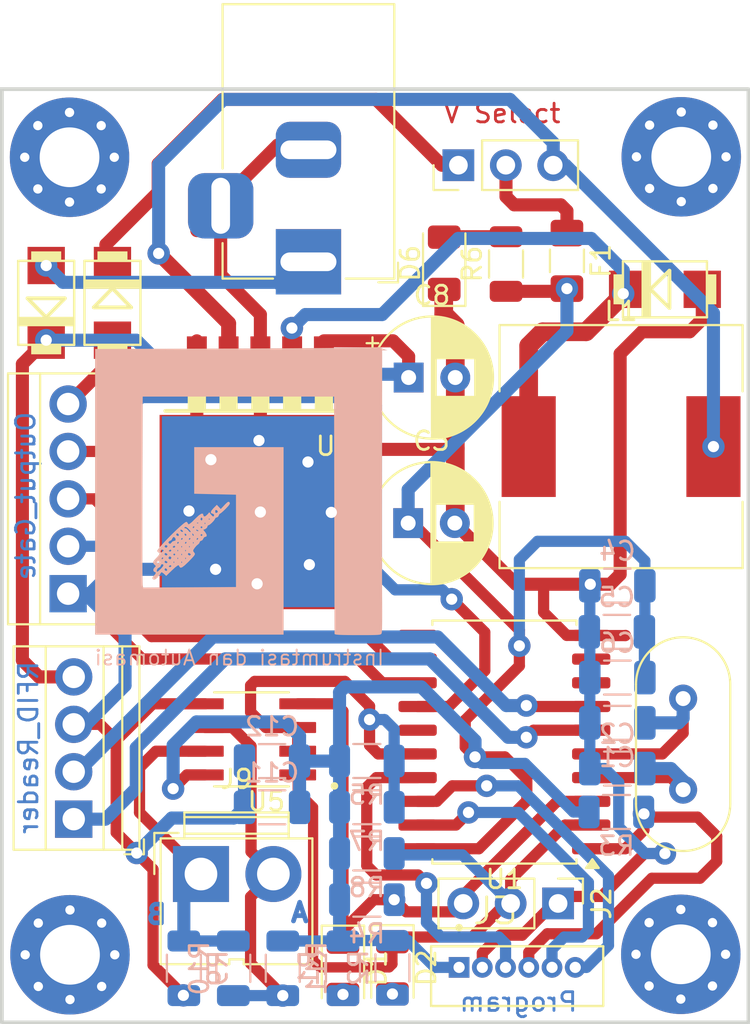
<source format=kicad_pcb>
(kicad_pcb (version 20240108) (generator "pcbnew") (generator_version "8.0")
  (layers (0 "F.Cu" signal) (31 "B.Cu" signal) (34 "B.Paste" user) (35 "F.Paste" user) (36 "B.SilkS" user "B.Silkscreen") (37 "F.SilkS" user "F.Silkscreen") (38 "B.Mask" user) (39 "F.Mask" user) (44 "Edge.Cuts" user))
  (net 0 "")
  (net 1 "GND1")
  (net 2 "Net-(U1-PA0{slash}XTAL1)")
  (net 3 "Net-(U1-PA1{slash}XTAL2)")
  (net 4 "+5V1")
  (net 5 "Net-(D3-PadA)")
  (net 6 "5v_dari_Gerbang")
  (net 7 "+12VDC")
  (net 8 "Net-(D1-A)")
  (net 9 "Net-(J1-Pin_2)")
  (net 10 "Net-(D2-A)")
  (net 15 "MISO")
  (net 16 "SCK")
  (net 17 "RESET")
  (net 18 "MOSI")
  (net 19 "TX1")
  (net 20 "RX1")
  (net 21 "PIN 11")
  (net 22 "PIN 10")
  (net 23 "PIN 9")
  (net 24 "INT0")
  (net 25 "INT1")
  (net 26 "Net-(J1-Pin_3)")
  (net 27 "Net-(J9-Pin_1)")
  (net 28 "Net-(J9-Pin_2)")
  (net 29 "Net-(U1-PB4)")
  (net 32 "PIN 8")
  (net 34 "Net-(D7-PadA)")
  (net 35 "Net-(D6-A)")
  (net 36 "Net-(U3-OUT)")
  (footprint "MountingHole:MountingHole_3.2mm_M3_Pad_Via" (layer "F.Cu") (at 140.7 106.1)
    (property "Reference" "H3" (hide yes))
    (property "Value" "MountingHole_Pad" (hide yes))
  )
  (footprint "MountingHole:MountingHole_3.2mm_M3_Pad_Via" (layer "F.Cu") (at 173.45 63.35)
    (property "Reference" "H2" (hide yes))
    (property "Value" "MountingHole_Pad" (hide yes))
  )
  (footprint "Resistor_SMD:R_1206_3216Metric" (layer "F.Cu") (at 164.0625 69.095 90)
    (property "Reference" "R6")
    (property "Value" "10K")
  )
  (footprint "MountingHole:MountingHole_3.2mm_M3_Pad_Via" (layer "F.Cu") (at 140.675 63.375)
    (property "Reference" "H1" (hide yes))
    (property "Value" "MountingHole_Pad" (hide yes))
  )
  (footprint "Crystal:Crystal_HC49-4H_Vertical" (layer "F.Cu") (at 173.55 92.375 -90)
    (property "Reference" "Y1" (hide yes))
    (property "Value" "11.059 Mhz" (hide yes))
  )
  (footprint "Package_SO:SOIC-20W_7.5x12.8mm_P1.27mm" (layer "F.Cu") (at 163.975 94.705 180)
    (property "Reference" "U1")
    (property "Value" "ATtiny4313-S" (hide yes))
  )
  (footprint "Capacitor_THT:CP_Radial_D6.3mm_P2.50mm" (layer "F.Cu") (at 158.817621 82.975)
    (property "Reference" "C3")
    (property "Value" "100uF")
  )
  (footprint "TerminalBlock:TerminalBlock_Xinya_XY308-2.54-5P_1x05_P2.54mm_Horizontal" (layer "F.Cu") (at 140.6 86.755 90)
    (property "Reference" "J4" (hide yes))
    (property "Value" "Output_Gate")
  )
  (footprint "LED_SMD:LED_1206_3216Metric" (layer "F.Cu") (at 160.75 69.055 90)
    (property "Reference" "D6")
    (property "Value" "POWER1")
  )
  (footprint "TerminalBlock:TerminalBlock_Xinya_XY308-2.54-4P_1x04_P2.54mm_Horizontal" (layer "F.Cu") (at 140.9 98.835 90)
    (property "Reference" "J5" (hide yes))
    (property "Value" "RFID_Reader")
  )
  (footprint "SS36:SMA" (layer "F.Cu") (at 142.975 71.425 -90)
    (property "Reference" "D3" (hide yes))
    (property "Value" "SS36")
  )
  (footprint "Connector_BarrelJack:BarrelJack_Horizontal" (layer "F.Cu") (at 153.475 68.975 -90)
    (property "Reference" "J6" (hide yes))
    (property "Value" "DC-005-5A-2.0" (hide yes))
  )
  (footprint "Fuse:Fuse_1206_3216Metric_Pad1.42x1.75mm_HandSolder" (layer "F.Cu") (at 167.325 68.925 -90)
    (property "Reference" "F1")
    (property "Value" "Polyfuse_Small" (hide yes))
  )
  (footprint "MAX485EESA_T:SOIC127P600X175-8N" (layer "F.Cu") (at 150.425 94.56 180)
    (property "Reference" "U5")
    (property "Value" "MAX485E")
  )
  (footprint "LED_SMD:LED_1206_3216Metric" (layer "F.Cu") (at 155.325 106.825 -90)
    (property "Reference" "D1")
    (property "Value" "RX")
  )
  (footprint "Connector:JWT_A3963_1x02_P3.96mm_Vertical" (layer "F.Cu") (at 147.7175 101.775)
    (property "Reference" "J9")
    (property "Value" "RS485 IN/OUT" (hide yes))
  )
  (footprint "Connector_PinHeader_2.54mm:PinHeader_1x03_P2.54mm_Vertical" (layer "F.Cu") (at 161.51 63.8 90)
    (property "Reference" "J1" (hide yes))
    (property "Value" "V Select")
  )
  (footprint "1734598-6 (1):TE_1734598-6" (layer "F.Cu") (at 164.658 106.775)
    (property "Reference" "J3")
    (property "Value" "Program")
  )
  (footprint "Capacitor_THT:CP_Radial_D6.3mm_P2.50mm" (layer "F.Cu") (at 158.842621 75.175)
    (property "Reference" "C8")
    (property "Value" "100uF")
  )
  (footprint "LM2596ADJ:LM2596ADJ" (layer "F.Cu") (at 150.9 79.84185 180)
    (property "Reference" "U3")
    (property "Value" "LM2596ADJ" (hide yes))
  )
  (footprint "MountingHole:MountingHole_3.2mm_M3_Pad_Via" (layer "F.Cu") (at 173.425 106.075)
    (property "Reference" "H4" (hide yes))
    (property "Value" "MountingHole_Pad" (hide yes))
  )
  (footprint "LED_SMD:LED_1206_3216Metric" (layer "F.Cu") (at 157.975 106.8 -90)
    (property "Reference" "D2")
    (property "Value" "TX")
  )
  (footprint "SS36:SMA" (layer "F.Cu") (at 172.825 70.45)
    (property "Reference" "D5" (hide yes))
    (property "Value" "SS36")
  )
  (footprint "Inductor_SMD:L_Sunlord_SWRB1204S" (layer "F.Cu") (at 170.225 78.875)
    (property "Reference" "L1")
    (property "Value" "33uH")
  )
  (footprint "Connector_PinHeader_2.54mm:PinHeader_1x03_P2.54mm_Vertical" (layer "F.Cu") (at 166.85 103.35 -90)
    (property "Reference" "J2")
    (property "Value" "Debug_Pin")
  )
  (footprint "SS36:SMA" (layer "F.Cu") (at 139.425 70.925 90)
    (property "Reference" "D7" (hide yes))
    (property "Value" "SS36")
  )
  (footprint "Resistor_SMD:R_1206_3216Metric" (layer "B.Cu") (at 169.975 98.45)
    (property "Reference" "R3")
    (property "Value" "10K")
  )
  (footprint "Capacitor_SMD:C_1206_3216Metric" (layer "B.Cu") (at 151.525 95.725 180)
    (property "Reference" "C12")
    (property "Value" "0.1uf")
  )
  (footprint "Resistor_SMD:R_1206_3216Metric" (layer "B.Cu") (at 156.605 100.673)
    (property "Reference" "R8")
    (property "Value" "10K")
  )
  (footprint "Resistor_SMD:R_1206_3216Metric" (layer "B.Cu") (at 156.605 95.719)
    (property "Reference" "R5")
    (property "Value" "10K")
  )
  (footprint "Resistor_SMD:R_1206_3216Metric" (layer "B.Cu") (at 156.605 103.15)
    (property "Reference" "R4")
    (property "Value" "10K")
  )
  (footprint "Capacitor_SMD:C_1206_3216Metric" (layer "B.Cu") (at 151.525 98.2 180)
    (property "Reference" "C11")
    (property "Value" "10uf")
  )
  (footprint "Resistor_SMD:R_1206_3216Metric" (layer "B.Cu") (at 157.975 106.8 -90)
    (property "Reference" "R2")
    (property "Value" "10K")
  )
  (footprint "Resistor_SMD:R_1206_3216Metric" (layer "B.Cu") (at 156.605 98.196)
    (property "Reference" "R7")
    (property "Value" "10K")
  )
  (footprint "Logo RIA:Logo RIA12" (layer "B.Cu") (at 149.775 82.625 180)
    (property "Reference" "G***" (hide yes))
    (property "Value" "LOGO" (hide yes))
  )
  (footprint "Capacitor_SMD:C_1206_3216Metric" (layer "B.Cu") (at 170.025 91.25 180)
    (property "Reference" "C6")
    (property "Value" "100 nf")
  )
  (footprint "Capacitor_SMD:C_1206_3216Metric" (layer "B.Cu") (at 170.025 96.125 180)
    (property "Reference" "C2")
    (property "Value" "22 pf")
  )
  (footprint "Capacitor_SMD:C_1206_3216Metric" (layer "B.Cu") (at 170 88.8 180)
    (property "Reference" "C5")
    (property "Value" "10uF")
  )
  (footprint "Resistor_SMD:R_1206_3216Metric" (layer "B.Cu") (at 155.325 106.825 -90)
    (property "Reference" "R1")
    (property "Value" "10K")
  )
  (footprint "Resistor_SMD:R_1206_3216Metric" (layer "B.Cu") (at 146.8 106.825 90)
    (property "Reference" "R9")
    (property "Value" "20K")
  )
  (footprint "Resistor_SMD:R_1206_3216Metric" (layer "B.Cu") (at 149.45 106.825 -90)
    (property "Reference" "R10")
    (property "Value" "120")
  )
  (footprint "Resistor_SMD:R_1206_3216Metric" (layer "B.Cu") (at 152.1 106.825 90)
    (property "Reference" "R11")
    (property "Value" "20K")
  )
  (footprint "Capacitor_SMD:C_1206_3216Metric" (layer "B.Cu") (at 170.025 86.325 180)
    (property "Reference" "C4")
    (property "Value" "1uF")
  )
  (footprint "Capacitor_SMD:C_1206_3216Metric" (layer "B.Cu") (at 170.025 93.675)
    (property "Reference" "C1")
    (property "Value" "22 pf")
  )
  (gr_rect (start 145.7 77.325) (end 156.15 87.4) (stroke (width 0.15)) (fill solid) (layer "B.Cu") (net 1))
  (gr_rect (start 137.05 59.725) (end 177.05 109.725) (stroke (width 0.2)) (fill none) (layer "Edge.Cuts"))
  (gr_text "B" (at 146 104.525 -0) (layer "B.Cu") (effects (font (size 1 1) (thickness 0.25) (bold yes)) (justify left bottom mirror)))
  (gr_text "A" (at 153.6 104.425 0) (layer "B.Cu") (effects (font (size 1 1) (thickness 0.25) (bold yes)) (justify left bottom mirror)))
  (segment (start 148.25 78.89) (end 148.25 79.575) (width 0.7) (layer "F.Cu") (net 1))
  (segment (start 170.46 88.99) (end 170.45 89) (width 0.6) (layer "F.Cu") (net 1))
  (segment (start 161.342621 75.175) (end 161.342621 78.975) (width 1) (layer "F.Cu") (net 1))
  (segment (start 161.317621 82.975) (end 164.592621 86.25) (width 0.7) (layer "F.Cu") (net 1))
  (segment (start 171.35 72.725) (end 173.9 72.725) (width 0.7) (layer "F.Cu") (net 1))
  (segment (start 150.9 73.2088) (end 150.9 78.475) (width 0.7) (layer "F.Cu") (net 1))
  (segment (start 148.775 69.675) (end 150.9 71.8) (width 0.7) (layer "F.Cu") (net 1))
  (segment (start 151.825 62.725) (end 148.825 65.725) (width 0.7) (layer "F.Cu") (net 1))
  (segment (start 169.65 86.25) (end 170.175 85.725) (width 0.7) (layer "F.Cu") (net 1))
  (segment (start 170.175 73.9) (end 171.35 72.725) (width 0.7) (layer "F.Cu") (net 1))
  (segment (start 145.135787 92.655) (end 143.175 94.615787) (width 0.6) (layer "F.Cu") (net 1))
  (segment (start 153.58185 79.7) (end 154.25685 79.025) (width 0.7) (layer "F.Cu") (net 1))
  (segment (start 153.525 62.725) (end 151.825 62.725) (width 0.7) (layer "F.Cu") (net 1))
  (segment (start 161.292621 79.025) (end 161.342621 78.975) (width 0.7) (layer "F.Cu") (net 1))
  (segment (start 147.4964 73.2088) (end 147.4964 78.1364) (width 0.7) (layer "F.Cu") (net 1))
  (segment (start 161.342621 72.392621) (end 160.725 71.775) (width 1) (layer "F.Cu") (net 1))
  (segment (start 148.25 79.575) (end 148.935 79.575) (width 0.7) (layer "F.Cu") (net 1))
  (segment (start 168.55 86.325) (end 168.55 86.275) (width 0.6) (layer "F.Cu") (net 1))
  (segment (start 153.45 79.83185) (end 153.45 79.7) (width 0.7) (layer "F.Cu") (net 1))
  (segment (start 150.825 78.55) (end 150.9 78.625) (width 0.7) (layer "F.Cu") (net 1))
  (segment (start 154.25685 79.025) (end 161.292621 79.025) (width 0.7) (layer "F.Cu") (net 1))
  (segment (start 166.85 103.35) (end 166.625 103.35) (width 0.6) (layer "F.Cu") (net 1))
  (segment (start 145.15 101.525) (end 144.275 100.65) (width 0.6) (layer "F.Cu") (net 1))
  (segment (start 161.342621 75.175) (end 161.342621 72.392621) (width 1) (layer "F.Cu") (net 1))
  (segment (start 144.275 100.65) (end 143.175 99.55) (width 0.6) (layer "F.Cu") (net 1))
  (segment (start 160.725 70.48) (end 160.75 70.455) (width 0.7) (layer "F.Cu") (net 1))
  (segment (start 145.15 106.65) (end 145.15 101.525) (width 0.6) (layer "F.Cu") (net 1))
  (segment (start 166.075 87.75) (end 166.075 86.25) (width 0.6) (layer "F.Cu") (net 1))
  (segment (start 148.935 79.575) (end 150.9 81.54) (width 0.7) (layer "F.Cu") (net 1))
  (segment (start 147.4964 78.1364) (end 148.25 78.89) (width 0.7) (layer "F.Cu") (net 1))
  (segment (start 166.625 103.35) (end 164.925 105.05) (width 0.6) (layer "F.Cu") (net 1))
  (segment (start 161.342621 82.95) (end 161.317621 82.975) (width 0.7) (layer "F.Cu") (net 1))
  (segment (start 153.45 79.7) (end 153.58185 79.7) (width 0.7) (layer "F.Cu") (net 1))
  (segment (start 168.55 86.275) (end 168.575 86.25) (width 0.6) (layer "F.Cu") (net 1))
  (segment (start 172.575 100.675) (end 171.475 100.675) (width 0.6) (layer "F.Cu") (net 1))
  (segment (start 148.775 65.975) (end 148.775 69.675) (width 0.7) (layer "F.Cu") (net 1))
  (segment (start 170.175 85.725) (end 170.175 73.9) (width 0.7) (layer "F.Cu") (net 1))
  (segment (start 147.95 92.655) (end 145.135787 92.655) (width 0.6) (layer "F.Cu") (net 1))
  (segment (start 168.525 86.3) (end 168.55 86.325) (width 0.7) (layer "F.Cu") (net 1))
  (segment (start 146.775 108.275) (end 145.15 106.65) (width 0.6) (layer "F.Cu") (net 1))
  (segment (start 143.175 94.615787) (end 142.314213 93.755) (width 0.6) (layer "F.Cu") (net 1))
  (segment (start 150.9 71.8) (end 150.9 74.05065) (width 0.7) (layer "F.Cu") (net 1))
  (segment (start 170.45 89) (end 168.635 89) (width 0.6) (layer "F.Cu") (net 1))
  (segment (start 150.9 78.475) (end 150.825 78.55) (width 0.7) (layer "F.Cu") (net 1))
  (segment (start 168.575 86.25) (end 169.65 86.25) (width 0.7) (layer "F.Cu") (net 1))
  (segment (start 142.314213 93.755) (end 140.9 93.755) (width 0.6) (layer "F.Cu") (net 1))
  (segment (start 167.315 88.99) (end 166.075 87.75) (width 0.6) (layer "F.Cu") (net 1))
  (segment (start 150.9 78.625) (end 150.9 81.54) (width 0.7) (layer "F.Cu") (net 1))
  (segment (start 163.75 105.05) (end 162.791 106.009) (width 0.6) (layer "F.Cu") (net 1))
  (segment (start 173.9 72.725) (end 174.575 72.05) (width 0.7) (layer "F.Cu") (net 1))
  (segment (start 171.475 100.675) (end 169.175 102.975) (width 0.6) (layer "F.Cu") (net 1))
  (segment (start 148.825 65.725) (end 148.825 65.975) (width 0.7) (layer "F.Cu") (net 1))
  (segment (start 143.175 99.55) (end 143.175 94.615787) (width 0.6) (layer "F.Cu") (net 1))
  (segment (start 164.925 105.05) (end 163.75 105.05) (width 0.6) (layer "F.Cu") (net 1))
  (segment (start 150.9 82.38185) (end 153.45 79.83185) (width 0.7) (layer "F.Cu") (net 1))
  (segment (start 174.575 72.05) (end 174.575 70.45) (width 0.7) (layer "F.Cu") (net 1))
  (segment (start 160.725 71.775) (end 160.725 70.48) (width 1) (layer "F.Cu") (net 1))
  (segment (start 169.175 102.975) (end 167.225 102.975) (width 0.6) (layer "F.Cu") (net 1))
  (segment (start 167.225 102.975) (end 166.85 103.35) (width 0.6) (layer "F.Cu") (net 1))
  (segment (start 164.592621 86.25) (end 168.575 86.25) (width 0.7) (layer "F.Cu") (net 1))
  (segment (start 148.825 65.975) (end 147.4964 67.3036) (width 0.7) (layer "F.Cu") (net 1))
  (segment (start 168.625 88.99) (end 167.315 88.99) (width 0.6) (layer "F.Cu") (net 1))
  (segment (start 161.342621 78.975) (end 161.342621 82.95) (width 1) (layer "F.Cu") (net 1))
  (segment (start 168.635 89) (end 168.625 88.99) (width 0.6) (layer "F.Cu") (net 1))
  (segment (start 162.791 106.009) (end 162.791 106.775) (width 0.6) (layer "F.Cu") (net 1))
  (via (at 148.5 85.45) (size 1.2) (drill 0.6) (layers "F.Cu" "B.Cu") (net 1))
  (via (at 150.725 86.225) (size 1.2) (drill 0.6) (layers "F.Cu" "B.Cu") (net 1))
  (via (at 153.45 79.7) (size 1.2) (drill 0.6) (layers "F.Cu" "B.Cu") (net 1))
  (via (at 146.775 108.275) (size 1.2) (drill 0.6) (layers "F.Cu" "B.Cu") (net 1))
  (via (at 147.075 82.325) (size 1.2) (drill 0.6) (layers "F.Cu" "B.Cu") (net 1))
  (via (at 144.275 100.65) (size 1.2) (drill 0.6) (layers "F.Cu" "B.Cu") (net 1))
  (via (at 168.575 86.25) (size 1.2) (drill 0.6) (layers "F.Cu" "B.Cu") (net 1))
  (via (at 148.25 79.575) (size 1.2) (drill 0.6) (layers "F.Cu" "B.Cu") (net 1))
  (via (at 153.525 85.2) (size 1.2) (drill 0.6) (layers "F.Cu" "B.Cu") (net 1))
  (via (at 150.9 82.38185) (size 1.2) (drill 0.6) (layers "F.Cu" "B.Cu") (net 1))
  (via (at 154.7 82.4) (size 1.2) (drill 0.6) (layers "F.Cu" "B.Cu") (net 1))
  (via (at 150.825 78.55) (size 1.2) (drill 0.6) (layers "F.Cu" "B.Cu") (net 1))
  (via (at 172.575 100.675) (size 1.2) (drill 0.6) (layers "F.Cu" "B.Cu") (net 1))
  (segment (start 143.65 88.875) (end 143.65 91.675) (width 0.7) (layer "B.Cu") (net 1))
  (segment (start 168.55 93.675) (end 168.55 96.125) (width 0.6) (layer "B.Cu") (net 1))
  (segment (start 168.55 86.275) (end 168.575 86.25) (width 0.6) (layer "B.Cu") (net 1))
  (segment (start 143.65 91.675) (end 141.57 93.755) (width 0.7) (layer "B.Cu") (net 1))
  (segment (start 168.55 88.775) (end 168.525 88.8) (width 0.6) (layer "B.Cu") (net 1))
  (segment (start 168.55 86.325) (end 168.55 88.775) (width 0.6) (layer "B.Cu") (net 1))
  (segment (start 150.05 98.2) (end 149.475 98.775) (width 0.7) (layer "B.Cu") (net 1))
  (segment (start 143.075 85.45) (end 148.5 85.45) (width 0.7) (layer "B.Cu") (net 1))
  (segment (start 170.1 99.25901) (end 170.1 96.875) (width 0.6) (layer "B.Cu") (net 1))
  (segment (start 140.6 86.755) (end 141.53 86.755) (width 0.7) (layer "B.Cu") (net 1))
  (segment (start 141.77 86.755) (end 143.075 85.45) (width 0.7) (layer "B.Cu") (net 1))
  (segment (start 148.5 85.45) (end 148.20685 85.075) (width 0.7) (layer "B.Cu") (net 1))
  (segment (start 146.15 98.775) (end 144.275 100.65) (width 0.7) (layer "B.Cu") (net 1))
  (segment (start 141.53 86.755) (end 143.65 88.875) (width 0.7) (layer "B.Cu") (net 1))
  (segment (start 150.05 95.725) (end 150.05 98.2) (width 0.7) (layer "B.Cu") (net 1))
  (segment (start 148.20685 85.075) (end 150.9 82.38185) (width 0.7) (layer "B.Cu") (net 1))
  (segment (start 168.55 91.25) (end 168.55 88.825) (width 0.6) (layer "B.Cu") (net 1))
  (segment (start 168.55 86.325) (end 168.55 86.275) (width 0.6) (layer "B.Cu") (net 1))
  (segment (start 149.475 98.775) (end 146.15 98.775) (width 0.7) (layer "B.Cu") (net 1))
  (segment (start 168.55 88.825) (end 168.525 88.8) (width 0.6) (layer "B.Cu") (net 1))
  (segment (start 141.57 93.755) (end 140.9 93.755) (width 0.7) (layer "B.Cu") (net 1))
  (segment (start 168.55 91.25) (end 168.55 93.675) (width 0.6) (layer "B.Cu") (net 1))
  (segment (start 172.575 100.675) (end 171.51599 100.675) (width 0.6) (layer "B.Cu") (net 1))
  (segment (start 169.35 96.125) (end 168.55 96.125) (width 0.6) (layer "B.Cu") (net 1))
  (segment (start 171.51599 100.675) (end 170.1 99.25901) (width 0.6) (layer "B.Cu") (net 1))
  (segment (start 146.7875 108.2875) (end 146.775 108.275) (width 0.7) (layer "B.Cu") (net 1))
  (segment (start 170.1 96.875) (end 169.35 96.125) (width 0.6) (layer "B.Cu") (net 1))
  (segment (start 146.8 108.2875) (end 146.7875 108.2875) (width 0.7) (layer "B.Cu") (net 1))
  (segment (start 140.6 86.755) (end 141.77 86.755) (width 0.7) (layer "B.Cu") (net 1))
  (segment (start 173.55 94.225) (end 173.55 92.375) (width 0.6) (layer "F.Cu") (net 2))
  (segment (start 172.435 95.34) (end 173.55 94.225) (width 0.6) (layer "F.Cu") (net 2))
  (segment (start 168.625 95.34) (end 172.435 95.34) (width 0.6) (layer "F.Cu") (net 2))
  (segment (start 173.55 92.375) (end 173.55 93.425) (width 0.7) (layer "B.Cu") (net 2))
  (segment (start 173.55 93.425) (end 173.3 93.675) (width 0.7) (layer "B.Cu") (net 2))
  (segment (start 173.3 93.675) (end 171.5 93.675) (width 0.7) (layer "B.Cu") (net 2))
  (segment (start 172.905 96.61) (end 173.55 97.255) (width 0.6) (layer "F.Cu") (net 3))
  (segment (start 168.625 96.61) (end 172.905 96.61) (width 0.6) (layer "F.Cu") (net 3))
  (segment (start 173.55 96.775) (end 172.9 96.125) (width 0.7) (layer "B.Cu") (net 3))
  (segment (start 173.55 97.255) (end 173.55 96.775) (width 0.7) (layer "B.Cu") (net 3))
  (segment (start 172.9 96.125) (end 171.5 96.125) (width 0.7) (layer "B.Cu") (net 3))
  (segment (start 146.225 97.2) (end 146.96 96.465) (width 0.6) (layer "F.Cu") (net 4))
  (segment (start 165.175 97.85) (end 165.175 96.675) (width 0.6) (layer "F.Cu") (net 4))
  (segment (start 167.18 70.5575) (end 167.325 70.4125) (width 0.7) (layer "F.Cu") (net 4))
  (segment (start 146.96 96.465) (end 147.95 96.465) (width 0.6) (layer "F.Cu") (net 4))
  (segment (start 159.325 100.42) (end 162.605 100.42) (width 0.6) (layer "F.Cu") (net 4))
  (segment (start 164.0625 70.5575) (end 167.18 70.5575) (width 0.7) (layer "F.Cu") (net 4))
  (segment (start 162.4 95.5) (end 161.875 94.975) (width 0.6) (layer "F.Cu") (net 4))
  (segment (start 164 95.5) (end 162.4 95.5) (width 0.6) (layer "F.Cu") (net 4))
  (segment (start 159.05 82.975) (end 158.817621 82.975) (width 0.6) (layer "F.Cu") (net 4))
  (segment (start 164.775 88.7) (end 159.05 82.975) (width 0.6) (layer "F.Cu") (net 4))
  (segment (start 164.775 90.625) (end 164.775 88.7) (width 0.6) (layer "F.Cu") (net 4))
  (segment (start 161.875 93.525) (end 164.775 90.625) (width 0.6) (layer "F.Cu") (net 4))
  (segment (start 165.175 96.675) (end 164 95.5) (width 0.6) (layer "F.Cu") (net 4))
  (segment (start 162.605 100.42) (end 165.175 97.85) (width 0.6) (layer "F.Cu") (net 4))
  (segment (start 161.875 94.975) (end 161.875 93.525) (width 0.6) (layer "F.Cu") (net 4))
  (via (at 162.4 95.5) (size 1.2) (drill 0.6) (layers "F.Cu" "B.Cu") (net 4))
  (via (at 146.225 97.2) (size 1.2) (drill 0.6) (layers "F.Cu" "B.Cu") (net 4))
  (via (at 167.325 70.4125) (size 1.2) (drill 0.6) (layers "F.Cu" "B.Cu") (net 4))
  (via (at 164.775 89.55) (size 1.2) (drill 0.6) (layers "F.Cu" "B.Cu") (net 4))
  (segment (start 155.1425 100.673) (end 155.1425 103.15) (width 0.7) (layer "B.Cu") (net 4))
  (segment (start 171.5 86.325) (end 171.5 85) (width 0.6) (layer "B.Cu") (net 4))
  (segment (start 165.75 83.95) (end 164.775 84.925) (width 0.6) (layer "B.Cu") (net 4))
  (segment (start 170.45 83.95) (end 165.75 83.95) (width 0.6) (layer "B.Cu") (net 4))
  (segment (start 155.1425 92.0325) (end 155.425 91.75) (width 0.7) (layer "B.Cu") (net 4))
  (segment (start 167.675 98.45) (end 165.075 95.85) (width 0.6) (layer "B.Cu") (net 4))
  (segment (start 152.25 93.625) (end 153 94.375) (width 0.7) (layer "B.Cu") (net 4))
  (segment (start 164.775 84.925) (end 164.775 89.55) (width 0.6) (layer "B.Cu") (net 4))
  (segment (start 171.5 86.325) (end 171.5 88.775) (width 0.6) (layer "B.Cu") (net 4))
  (segment (start 158.817621 82.975) (end 158.817621 81.182379) (width 0.7) (layer "B.Cu") (net 4))
  (segment (start 155.1365 95.725) (end 155.1425 95.719) (width 0.7) (layer "B.Cu") (net 4))
  (segment (start 153 94.375) (end 153 95.725) (width 0.7) (layer "B.Cu") (net 4))
  (segment (start 157.975 105.3375) (end 155.35 105.3375) (width 0.6) (layer "B.Cu") (net 4))
  (segment (start 155.1425 95.719) (end 155.1425 92.0325) (width 0.7) (layer "B.Cu") (net 4))
  (segment (start 155.1425 105.18) (end 155.325 105.3625) (width 0.7) (layer "B.Cu") (net 4))
  (segment (start 171.475 88.8) (end 171.475 91.225) (width 0.6) (layer "B.Cu") (net 4))
  (segment (start 171.5 88.775) (end 171.475 88.8) (width 0.6) (layer "B.Cu") (net 4))
  (segment (start 158.8125 105.3375) (end 160.25 106.775) (width 0.6) (layer "B.Cu") (net 4))
  (segment (start 155.1425 98.196) (end 155.1425 100.673) (width 0.7) (layer "B.Cu") (net 4))
  (segment (start 155.1425 103.15) (end 155.1425 105.18) (width 0.7) (layer "B.Cu") (net 4))
  (segment (start 157.975 105.3375) (end 158.8125 105.3375) (width 0.6) (layer "B.Cu") (net 4))
  (segment (start 155.1425 95.719) (end 155.1425 98.196) (width 0.7) (layer "B.Cu") (net 4))
  (segment (start 168.5125 98.45) (end 167.675 98.45) (width 0.6) (layer "B.Cu") (net 4))
  (segment (start 158.817621 81.182379) (end 167.325 72.675) (width 0.7) (layer "B.Cu") (net 4))
  (segment (start 159.525 91.75) (end 162.4 94.625) (width 0.7) (layer "B.Cu") (net 4))
  (segment (start 153 95.725) (end 155.1365 95.725) (width 0.7) (layer "B.Cu") (net 4))
  (segment (start 146.225 94.875) (end 147.475 93.625) (width 0.7) (layer "B.Cu") (net 4))
  (segment (start 146.225 97.2) (end 146.225 94.875) (width 0.7) (layer "B.Cu") (net 4))
  (segment (start 165.075 95.85) (end 162.75 95.85) (width 0.6) (layer "B.Cu") (net 4))
  (segment (start 162.4 94.625) (end 162.4 95.5) (width 0.7) (layer "B.Cu") (net 4))
  (segment (start 147.475 93.625) (end 152.25 93.625) (width 0.7) (layer "B.Cu") (net 4))
  (segment (start 167.325 72.675) (end 167.325 70.4125) (width 0.7) (layer "B.Cu") (net 4))
  (segment (start 155.35 105.3375) (end 155.325 105.3625) (width 0.7) (layer "B.Cu") (net 4))
  (segment (start 171.475 91.225) (end 171.5 91.25) (width 0.6) (layer "B.Cu") (net 4))
  (segment (start 155.325 105.3625) (end 152.1 105.3625) (width 0.6) (layer "B.Cu") (net 4))
  (segment (start 162.75 95.85) (end 162.4 95.5) (width 0.6) (layer "B.Cu") (net 4))
  (segment (start 160.25 106.775) (end 161.547 106.775) (width 0.6) (layer "B.Cu") (net 4))
  (segment (start 171.5 85) (end 170.45 83.95) (width 0.6) (layer "B.Cu") (net 4))
  (segment (start 153 95.725) (end 153 98.2) (width 0.7) (layer "B.Cu") (net 4))
  (segment (start 155.425 91.75) (end 159.525 91.75) (width 0.7) (layer "B.Cu") (net 4))
  (segment (start 142.975 73.175) (end 142.975 74.22) (width 0.7) (layer "F.Cu") (net 5))
  (segment (start 142.975 74.22) (end 140.6 76.595) (width 0.7) (layer "F.Cu") (net 5))
  (segment (start 161.51 63.8) (end 160.625 63.8) (width 0.7) (layer "F.Cu") (net 6))
  (segment (start 142.625 68.05) (end 142.625 69.325) (width 0.7) (layer "F.Cu") (net 6))
  (segment (start 145.425 63.725) (end 145.425 65.25) (width 0.7) (layer "F.Cu") (net 6))
  (segment (start 142.625 69.325) (end 142.75 69.2) (width 0.7) (layer "F.Cu") (net 6))
  (segment (start 148.875 60.275) (end 145.425 63.725) (width 0.7) (layer "F.Cu") (net 6))
  (segment (start 157.1 60.275) (end 148.875 60.275) (width 0.7) (layer "F.Cu") (net 6))
  (segment (start 160.625 63.8) (end 157.1 60.275) (width 0.7) (layer "F.Cu") (net 6))
  (segment (start 145.425 65.25) (end 142.625 68.05) (width 0.7) (layer "F.Cu") (net 6))
  (segment (start 139.04 91.215) (end 140.9 91.215) (width 0.7) (layer "F.Cu") (net 7))
  (segment (start 138.15 90.325) (end 139.04 91.215) (width 0.7) (layer "F.Cu") (net 7))
  (segment (start 138.15 74.45) (end 138.15 90.325) (width 0.7) (layer "F.Cu") (net 7))
  (segment (start 158.0088 73.2088) (end 154.3036 73.2088) (width 0.7) (layer "F.Cu") (net 7))
  (segment (start 158.842621 74.042621) (end 158.0088 73.2088) (width 0.7) (layer "F.Cu") (net 7))
  (segment (start 158.842621 75.175) (end 158.842621 74.042621) (width 0.7) (layer "F.Cu") (net 7))
  (segment (start 139.425 73.175) (end 138.15 74.45) (width 0.7) (layer "F.Cu") (net 7))
  (via (at 139.425 73.175) (size 1.2) (drill 0.6) (layers "F.Cu" "B.Cu") (net 7))
  (segment (start 144.25 73.175) (end 139.425 73.175) (width 0.7) (layer "B.Cu") (net 7))
  (segment (start 158.667621 75) (end 158.842621 75.175) (width 0.7) (layer "B.Cu") (net 7))
  (segment (start 146.075 75) (end 158.667621 75) (width 0.7) (layer "B.Cu") (net 7))
  (segment (start 146.075 75) (end 144.25 73.175) (width 0.7) (layer "B.Cu") (net 7))
  (via (at 155.325 108.225) (size 1.2) (drill 0.6) (layers "F.Cu" "B.Cu") (net 8))
  (segment (start 155.325 108.2875) (end 155.325 108.225) (width 0.7) (layer "B.Cu") (net 8))
  (segment (start 164.5 65.925) (end 164.06 65.485) (width 0.7) (layer "F.Cu") (net 9))
  (segment (start 164.06 65.485) (end 164.06 64.075) (width 0.7) (layer "F.Cu") (net 9))
  (segment (start 167.325 67.4375) (end 167.325 66.25) (width 0.7) (layer "F.Cu") (net 9))
  (segment (start 167.325 66.25) (end 167 65.925) (width 0.7) (layer "F.Cu") (net 9))
  (segment (start 167 65.925) (end 164.5 65.925) (width 0.7) (layer "F.Cu") (net 9))
  (via (at 157.975 108.2) (size 1.2) (drill 0.6) (layers "F.Cu" "B.Cu") (net 10))
  (segment (start 157.975 108.2625) (end 157.975 108.2) (width 0.7) (layer "B.Cu") (net 10))
  (segment (start 161.179999 97.05) (end 163.025 97.05) (width 0.6) (layer "F.Cu") (net 15))
  (segment (start 160.349999 97.88) (end 161.179999 97.05) (width 0.6) (layer "F.Cu") (net 15))
  (segment (start 159.325 97.88) (end 160.349999 97.88) (width 0.6) (layer "F.Cu") (net 15))
  (via (at 163.025 97.05) (size 1.2) (drill 0.6) (layers "F.Cu" "B.Cu") (net 15))
  (segment (start 163.025 97.05) (end 164.722792 97.05) (width 0.6) (layer "B.Cu") (net 15))
  (segment (start 168.375 106.775) (end 167.769 106.775) (width 0.6) (layer "B.Cu") (net 15))
  (segment (start 164.722792 97.05) (end 169.55 101.877208) (width 0.6) (layer "B.Cu") (net 15))
  (segment (start 169.55 105.6) (end 168.375 106.775) (width 0.6) (layer "B.Cu") (net 15))
  (segment (start 169.55 101.877208) (end 169.55 105.6) (width 0.6) (layer "B.Cu") (net 15))
  (segment (start 161.375 99.15) (end 162.05 98.475) (width 0.6) (layer "F.Cu") (net 16))
  (segment (start 159.325 99.15) (end 161.375 99.15) (width 0.6) (layer "F.Cu") (net 16))
  (via (at 162.05 98.475) (size 1.2) (drill 0.6) (layers "F.Cu" "B.Cu") (net 16))
  (segment (start 164.725 98.475) (end 168.475 102.225) (width 0.6) (layer "B.Cu") (net 16))
  (segment (start 168.475 104.796208) (end 168.121208 105.15) (width 0.6) (layer "B.Cu") (net 16))
  (segment (start 168.121208 105.15) (end 167.175 105.15) (width 0.6) (layer "B.Cu") (net 16))
  (segment (start 166.525 105.8) (end 166.525 106.775) (width 0.6) (layer "B.Cu") (net 16))
  (segment (start 162.05 98.475) (end 164.725 98.475) (width 0.6) (layer "B.Cu") (net 16))
  (segment (start 168.475 102.225) (end 168.475 104.796208) (width 0.6) (layer "B.Cu") (net 16))
  (segment (start 167.175 105.15) (end 166.525 105.8) (width 0.6) (layer "B.Cu") (net 16))
  (segment (start 174.325 98.725) (end 175.35 99.75) (width 0.6) (layer "F.Cu") (net 17))
  (segment (start 171.625 98.725) (end 174.325 98.725) (width 0.6) (layer "F.Cu") (net 17))
  (segment (start 171.875 102) (end 168.9 104.975) (width 0.6) (layer "F.Cu") (net 17))
  (segment (start 175.35 99.75) (end 175.35 101.1) (width 0.6) (layer "F.Cu") (net 17))
  (segment (start 166.272792 104.975) (end 165.28 105.967792) (width 0.6) (layer "F.Cu") (net 17))
  (segment (start 165.28 105.967792) (end 165.28 106.775) (width 0.6) (layer "F.Cu") (net 17))
  (segment (start 171.45 99.425) (end 170.455 100.42) (width 0.6) (layer "F.Cu") (net 17))
  (segment (start 170.455 100.42) (end 168.625 100.42) (width 0.6) (layer "F.Cu") (net 17))
  (segment (start 171.45 98.55) (end 171.45 99.425) (width 0.6) (layer "F.Cu") (net 17))
  (segment (start 168.9 104.975) (end 166.272792 104.975) (width 0.6) (layer "F.Cu") (net 17))
  (segment (start 174.45 102) (end 171.875 102) (width 0.6) (layer "F.Cu") (net 17))
  (segment (start 171.45 98.55) (end 171.625 98.725) (width 0.6) (layer "F.Cu") (net 17))
  (segment (start 175.35 101.1) (end 174.45 102) (width 0.6) (layer "F.Cu") (net 17))
  (via (at 171.45 98.55) (size 1.2) (drill 0.6) (layers "F.Cu" "B.Cu") (net 17))
  (segment (start 157.115 96.61) (end 159.325 96.61) (width 0.6) (layer "F.Cu") (net 18))
  (segment (start 156.6 101.325) (end 156.6 97.125) (width 0.6) (layer "F.Cu") (net 18))
  (segment (start 159.35 101.825) (end 157.1 101.825) (width 0.6) (layer "F.Cu") (net 18))
  (segment (start 157.1 101.825) (end 156.6 101.325) (width 0.6) (layer "F.Cu") (net 18))
  (segment (start 156.6 97.125) (end 157.115 96.61) (width 0.6) (layer "F.Cu") (net 18))
  (segment (start 159.8 102.275) (end 159.35 101.825) (width 0.6) (layer "F.Cu") (net 18))
  (via (at 159.8 102.275) (size 1.2) (drill 0.6) (layers "F.Cu" "B.Cu") (net 18))
  (segment (start 164.036 105.511) (end 164.036 106.775) (width 0.6) (layer "B.Cu") (net 18))
  (segment (start 159.8 104.375) (end 160.575 105.15) (width 0.6) (layer "B.Cu") (net 18))
  (segment (start 163.675 105.15) (end 164.036 105.511) (width 0.6) (layer "B.Cu") (net 18))
  (segment (start 160.575 105.15) (end 163.675 105.15) (width 0.6) (layer "B.Cu") (net 18))
  (segment (start 159.8 102.275) (end 159.65 102.425) (width 0.6) (layer "B.Cu") (net 18))
  (segment (start 159.8 102.275) (end 159.8 104.375) (width 0.6) (layer "B.Cu") (net 18))
  (segment (start 155.325 93.05) (end 155.325 105.425) (width 0.6) (layer "F.Cu") (net 19))
  (segment (start 158.7175 103.8) (end 161.32 103.8) (width 0.6) (layer "F.Cu") (net 19))
  (segment (start 155.325 104.8) (end 155.325 105.425) (width 0.6) (layer "F.Cu") (net 19))
  (segment (start 161.32 103.8) (end 161.77 103.35) (width 0.6) (layer "F.Cu") (net 19))
  (segment (start 156.975 103.15) (end 155.325 104.8) (width 0.6) (layer "F.Cu") (net 19))
  (segment (start 161.77 103.35) (end 161.77 102.907944) (width 0.6) (layer "F.Cu") (net 19))
  (segment (start 158.0675 103.15) (end 156.975 103.15) (width 0.6) (layer "F.Cu") (net 19))
  (segment (start 152.9 92.655) (end 154.93 92.655) (width 0.6) (layer "F.Cu") (net 19))
  (segment (start 158.0675 103.15) (end 158.7175 103.8) (width 0.6) (layer "F.Cu") (net 19))
  (segment (start 161.77 102.907944) (end 166.797944 97.88) (width 0.6) (layer "F.Cu") (net 19))
  (segment (start 166.797944 97.88) (end 168.625 97.88) (width 0.6) (layer "F.Cu") (net 19))
  (segment (start 154.93 92.655) (end 155.325 93.05) (width 0.6) (layer "F.Cu") (net 19))
  (via (at 158.0675 103.15) (size 1.2) (drill 0.6) (layers "F.Cu" "B.Cu") (net 19))
  (segment (start 158.3 103.35) (end 158.1 103.15) (width 0.6) (layer "B.Cu") (net 19))
  (segment (start 153.725 106.4) (end 154.1 106.775) (width 0.55) (layer "F.Cu") (net 20))
  (segment (start 152.9 97.375) (end 153.725 98.2) (width 0.55) (layer "F.Cu") (net 20))
  (segment (start 162.25 105.15) (end 164.05 103.35) (width 0.6) (layer "F.Cu") (net 20))
  (segment (start 154.1 106.775) (end 157.8 106.775) (width 0.55) (layer "F.Cu") (net 20))
  (segment (start 153.725 98.2) (end 153.725 106.4) (width 0.55) (layer "F.Cu") (net 20))
  (segment (start 164.31 103.35) (end 164.31 102.065) (width 0.6) (layer "F.Cu") (net 20))
  (segment (start 164.31 102.065) (end 167.225 99.15) (width 0.6) (layer "F.Cu") (net 20))
  (segment (start 167.225 99.15) (end 168.625 99.15) (width 0.6) (layer "F.Cu") (net 20))
  (segment (start 157.8 106.775) (end 157.975 106.6) (width 0.55) (layer "F.Cu") (net 20))
  (segment (start 157.975 105.4) (end 158.225 105.15) (width 0.7) (layer "F.Cu") (net 20))
  (segment (start 158.225 105.15) (end 162.25 105.15) (width 0.6) (layer "F.Cu") (net 20))
  (segment (start 157.975 106.6) (end 157.975 105.4) (width 0.55) (layer "F.Cu") (net 20))
  (segment (start 152.9 96.465) (end 152.9 97.375) (width 0.55) (layer "F.Cu") (net 20))
  (segment (start 164.05 103.35) (end 164.31 103.35) (width 0.6) (layer "F.Cu") (net 20))
  (segment (start 164.31 103.335) (end 164.31 103.35) (width 0.6) (layer "B.Cu") (net 20))
  (segment (start 158.1375 100.75) (end 161.725 100.75) (width 0.6) (layer "B.Cu") (net 20))
  (segment (start 161.725 100.75) (end 164.31 103.335) (width 0.6) (layer "B.Cu") (net 20))
  (segment (start 158.1125 100.725) (end 158.1375 100.75) (width 0.6) (layer "B.Cu") (net 20))
  (segment (start 162.925 88.825) (end 162.925 90.875) (width 0.6) (layer "F.Cu") (net 21))
  (segment (start 161 92.8) (end 159.325 92.8) (width 0.6) (layer "F.Cu") (net 21))
  (segment (start 161.15 87.05) (end 162.925 88.825) (width 0.6) (layer "F.Cu") (net 21))
  (segment (start 162.925 90.875) (end 161 92.8) (width 0.6) (layer "F.Cu") (net 21))
  (via (at 161.15 87.05) (size 1.2) (drill 0.6) (layers "F.Cu" "B.Cu") (net 21))
  (segment (start 157.117621 85.542621) (end 157.117621 76.667621) (width 0.6) (layer "B.Cu") (net 21))
  (segment (start 156.7 76.25) (end 144.525 76.25) (width 0.6) (layer "B.Cu") (net 21))
  (segment (start 143.675 77.1) (end 143.675 82.9) (width 0.6) (layer "B.Cu") (net 21))
  (segment (start 161.15 87.05) (end 160.65 86.55) (width 0.6) (layer "B.Cu") (net 21))
  (segment (start 160.65 86.55) (end 158.125 86.55) (width 0.6) (layer "B.Cu") (net 21))
  (segment (start 144.525 76.25) (end 143.675 77.1) (width 0.6) (layer "B.Cu") (net 21))
  (segment (start 158.125 86.55) (end 157.117621 85.542621) (width 0.6) (layer "B.Cu") (net 21))
  (segment (start 143.675 82.9) (end 142.36 84.215) (width 0.6) (layer "B.Cu") (net 21))
  (segment (start 142.36 84.215) (end 140.6 84.215) (width 0.6) (layer "B.Cu") (net 21))
  (segment (start 157.117621 76.667621) (end 156.7 76.25) (width 0.6) (layer "B.Cu") (net 21))
  (segment (start 142.675 82.335787) (end 142.675 88.358906) (width 0.6) (layer "F.Cu") (net 22))
  (segment (start 140.6 81.675) (end 142.014213 81.675) (width 0.6) (layer "F.Cu") (net 22))
  (segment (start 144.811094 90.255) (end 156.157944 90.255) (width 0.6) (layer "F.Cu") (net 22))
  (segment (start 156.157944 90.255) (end 157.432944 91.53) (width 0.6) (layer "F.Cu") (net 22))
  (segment (start 142.014213 81.675) (end 142.675 82.335787) (width 0.6) (layer "F.Cu") (net 22))
  (segment (start 157.432944 91.53) (end 159.325 91.53) (width 0.6) (layer "F.Cu") (net 22))
  (segment (start 144.571094 90.255) (end 144.811094 90.255) (width 0.6) (layer "F.Cu") (net 22))
  (segment (start 142.675 88.358906) (end 144.571094 90.255) (width 0.6) (layer "F.Cu") (net 22))
  (segment (start 145.06815 89.055) (end 156.655 89.055) (width 0.6) (layer "F.Cu") (net 23))
  (segment (start 156.655 89.055) (end 157.86 90.26) (width 0.6) (layer "F.Cu") (net 23))
  (segment (start 143.925 79.135) (end 143.925 87.91185) (width 0.6) (layer "F.Cu") (net 23))
  (segment (start 143.925 87.91185) (end 145.06815 89.055) (width 0.6) (layer "F.Cu") (net 23))
  (segment (start 157.86 90.26) (end 159.325 90.26) (width 0.6) (layer "F.Cu") (net 23))
  (segment (start 140.6 79.135) (end 143.925 79.135) (width 0.6) (layer "F.Cu") (net 23))
  (segment (start 168.625 94.07) (end 165.53 94.07) (width 0.6) (layer "F.Cu") (net 24))
  (segment (start 165.53 94.07) (end 165.15 94.45) (width 0.6) (layer "F.Cu") (net 24))
  (via (at 165.15 94.45) (size 1.2) (drill 0.6) (layers "F.Cu" "B.Cu") (net 24))
  (segment (start 165.15 94.45) (end 164.175 94.45) (width 0.7) (layer "B.Cu") (net 24))
  (segment (start 142.6 98.835) (end 140.9 98.835) (width 0.7) (layer "B.Cu") (net 24))
  (segment (start 144.25 95.011522) (end 144.25 97.185) (width 0.7) (layer "B.Cu") (net 24))
  (segment (start 159.975 90.25) (end 149.011522 90.25) (width 0.7) (layer "B.Cu") (net 24))
  (segment (start 149.011522 90.25) (end 144.25 95.011522) (width 0.7) (layer "B.Cu") (net 24))
  (segment (start 144.25 97.185) (end 142.6 98.835) (width 0.7) (layer "B.Cu") (net 24))
  (segment (start 164.175 94.45) (end 159.975 90.25) (width 0.7) (layer "B.Cu") (net 24))
  (segment (start 165.15 92.75) (end 165.2 92.8) (width 0.6) (layer "F.Cu") (net 25))
  (segment (start 165.2 92.8) (end 168.625 92.8) (width 0.6) (layer "F.Cu") (net 25))
  (via (at 165.15 92.75) (size 1.2) (drill 0.6) (layers "F.Cu" "B.Cu") (net 25))
  (segment (start 160.4 89.075) (end 148.348044 89.075) (width 0.7) (layer "B.Cu") (net 25))
  (segment (start 148.348044 89.075) (end 141.128044 96.295) (width 0.7) (layer "B.Cu") (net 25))
  (segment (start 164.075 92.75) (end 160.4 89.075) (width 0.7) (layer "B.Cu") (net 25))
  (segment (start 141.128044 96.295) (end 140.9 96.295) (width 0.7) (layer "B.Cu") (net 25))
  (segment (start 165.15 92.75) (end 164.075 92.75) (width 0.7) (layer "B.Cu") (net 25))
  (segment (start 145.45 68.525) (end 149.1982 72.2732) (width 0.8) (layer "F.Cu") (net 26))
  (segment (start 149.1982 72.2732) (end 149.1982 73.2088) (width 0.8) (layer "F.Cu") (net 26))
  (via (at 145.45 68.525) (size 1.2) (drill 0.6) (layers "F.Cu" "B.Cu") (net 26))
  (via (at 175.175 78.875) (size 1.2) (drill 0.6) (layers "F.Cu" "B.Cu") (net 26))
  (segment (start 166.59 62.597919) (end 166.59 63.8) (width 0.7) (layer "B.Cu") (net 26))
  (segment (start 148.925 60.275) (end 164.267081 60.275) (width 0.7) (layer "B.Cu") (net 26))
  (segment (start 167.25 63.8) (end 175.175 71.725) (width 0.7) (layer "B.Cu") (net 26))
  (segment (start 164.267081 60.275) (end 166.59 62.597919) (width 0.7) (layer "B.Cu") (net 26))
  (segment (start 145.45 63.75) (end 148.925 60.275) (width 0.7) (layer "B.Cu") (net 26))
  (segment (start 145.45 68.525) (end 145.45 63.75) (width 0.7) (layer "B.Cu") (net 26))
  (segment (start 166.59 63.8) (end 167.25 63.8) (width 0.7) (layer "B.Cu") (net 26))
  (segment (start 175.175 71.725) (end 175.175 78.875) (width 0.7) (layer "B.Cu") (net 26))
  (segment (start 144.425 96.075) (end 144.425 98.4825) (width 0.6) (layer "F.Cu") (net 27))
  (segment (start 144.425 98.4825) (end 147.7175 101.775) (width 0.6) (layer "F.Cu") (net 27))
  (segment (start 147.95 95.195) (end 145.305 95.195) (width 0.6) (layer "F.Cu") (net 27))
  (segment (start 145.305 95.195) (end 144.425 96.075) (width 0.6) (layer "F.Cu") (net 27))
  (segment (start 146.8 102.6925) (end 147.7175 101.775) (width 0.7) (layer "B.Cu") (net 27))
  (segment (start 149.45 105.3625) (end 146.8 105.3625) (width 0.6) (layer "B.Cu") (net 27))
  (segment (start 146.8 105.3625) (end 146.8 102.6925) (width 0.7) (layer "B.Cu") (net 27))
  (segment (start 150.4 94.925) (end 150.4 100.5775) (width 0.6) (layer "F.Cu") (net 28))
  (segment (start 151.5975 101.775) (end 150.375 102.9975) (width 0.6) (layer "F.Cu") (net 28))
  (segment (start 150.375 106.5625) (end 152.1 108.2875) (width 0.6) (layer "F.Cu") (net 28))
  (segment (start 150.375 102.9975) (end 150.375 106.5625) (width 0.6) (layer "F.Cu") (net 28))
  (segment (start 150.4 100.5775) (end 151.5975 101.775) (width 0.6) (layer "F.Cu") (net 28))
  (segment (start 149.4 93.925) (end 150.4 94.925) (width 0.6) (layer "F.Cu") (net 28))
  (segment (start 147.95 93.925) (end 149.4 93.925) (width 0.6) (layer "F.Cu") (net 28))
  (via (at 152.1 108.2875) (size 1.2) (drill 0.6) (layers "F.Cu" "B.Cu") (net 28))
  (segment (start 149.45 108.2875) (end 152.1 108.2875) (width 0.6) (layer "B.Cu") (net 28))
  (segment (start 150.375 91.675) (end 150.375 93.102944) (width 0.6) (layer "F.Cu") (net 29))
  (segment (start 156.75 93.475) (end 156.75 93.5) (width 0.6) (layer "F.Cu") (net 29))
  (segment (start 157.215 95.34) (end 156.75 94.875) (width 0.6) (layer "F.Cu") (net 29))
  (segment (start 152.9 93.925) (end 152.9 95.195) (width 0.6) (layer "F.Cu") (net 29))
  (segment (start 159.325 95.34) (end 157.215 95.34) (width 0.6) (layer "F.Cu") (net 29))
  (segment (start 150.375 93.102944) (end 151.197056 93.925) (width 0.6) (layer "F.Cu") (net 29))
  (segment (start 151.197056 93.925) (end 152.9 93.925) (width 0.6) (layer "F.Cu") (net 29))
  (segment (start 156.75 94.875) (end 156.75 93.5) (width 0.6) (layer "F.Cu") (net 29))
  (segment (start 150.595 91.455) (end 150.375 91.675) (width 0.6) (layer "F.Cu") (net 29))
  (segment (start 156.75 92.777944) (end 155.427056 91.455) (width 0.6) (layer "F.Cu") (net 29))
  (segment (start 156.75 93.475) (end 156.75 92.777944) (width 0.6) (layer "F.Cu") (net 29))
  (segment (start 155.427056 91.455) (end 150.595 91.455) (width 0.6) (layer "F.Cu") (net 29))
  (via (at 156.75 93.5) (size 1.2) (drill 0.6) (layers "F.Cu" "B.Cu") (net 29))
  (segment (start 158.0675 95.41) (end 158.0675 95.719) (width 0.6) (layer "B.Cu") (net 29))
  (segment (start 157.55 93.5) (end 158.0675 94.0175) (width 0.6) (layer "B.Cu") (net 29))
  (segment (start 156.75 93.5) (end 157.55 93.5) (width 0.6) (layer "B.Cu") (net 29))
  (segment (start 158.0675 94.0175) (end 158.0675 95.719) (width 0.6) (layer "B.Cu") (net 29))
  (segment (start 158.0675 95.719) (end 158.0675 98.196) (width 0.6) (layer "B.Cu") (net 29))
  (via (at 139.425 69.175) (size 1.2) (drill 0.6) (layers "F.Cu" "B.Cu") (net 34))
  (segment (start 140.325 70.075) (end 139.425 69.175) (width 0.7) (layer "B.Cu") (net 34))
  (segment (start 153.475 68.975) (end 152.375 70.075) (width 0.7) (layer "B.Cu") (net 34))
  (segment (start 152.375 70.075) (end 140.325 70.075) (width 0.7) (layer "B.Cu") (net 34))
  (segment (start 153.525 68.725) (end 152 70.25) (width 0.7) (layer "B.Cu") (net 34))
  (segment (start 164.0625 67.6325) (end 160.7725 67.6325) (width 0.7) (layer "F.Cu") (net 35))
  (segment (start 160.7725 67.6325) (end 160.75 67.655) (width 0.7) (layer "F.Cu") (net 35))
  (segment (start 170.575 70.5) (end 168.35 72.725) (width 1) (layer "F.Cu") (net 36))
  (segment (start 152.587933 72.525) (end 152.587933 73.194933) (width 0.7) (layer "F.Cu") (net 36))
  (segment (start 170.525 70.5) (end 170.341484 70.683516) (width 0.7) (layer "F.Cu") (net 36))
  (segment (start 166.025 72.725) (end 165.275 73.475) (width 1) (layer "F.Cu") (net 36))
  (segment (start 165.275 73.475) (end 165.275 78.875) (width 1) (layer "F.Cu") (net 36))
  (segment (start 168.35 72.725) (end 166.025 72.725) (width 1) (layer "F.Cu") (net 36))
  (segment (start 170.575 70.5) (end 170.525 70.5) (width 0.7) (layer "F.Cu") (net 36))
  (segment (start 170.575 70.45) (end 170.575 70.5) (width 0.7) (layer "F.Cu") (net 36))
  (segment (start 152.587933 73.194933) (end 152.6018 73.2088) (width 0.7) (layer "F.Cu") (net 36))
  (via (at 152.587933 72.525) (size 1.2) (drill 0.6) (layers "F.Cu" "B.Cu") (net 36))
  (via (at 170.341484 70.683516) (size 1.2) (drill 0.6) (layers "F.Cu" "B.Cu") (net 36))
  (segment (start 161.5 67.725) (end 168.625 67.725) (width 0.7) (layer "B.Cu") (net 36))
  (segment (start 152.587933 72.525) (end 153.310831 71.802102) (width 0.7) (layer "B.Cu") (net 36))
  (segment (start 170.341484 69.441484) (end 170.341484 70.683516) (width 0.7) (layer "B.Cu") (net 36))
  (segment (start 153.310831 71.802102) (end 157.422898 71.802102) (width 0.7) (layer "B.Cu") (net 36))
  (segment (start 168.625 67.725) (end 170.341484 69.441484) (width 0.7) (layer "B.Cu") (net 36))
  (segment (start 157.422898 71.802102) (end 161.5 67.725) (width 0.7) (layer "B.Cu") (net 36))
)
</source>
